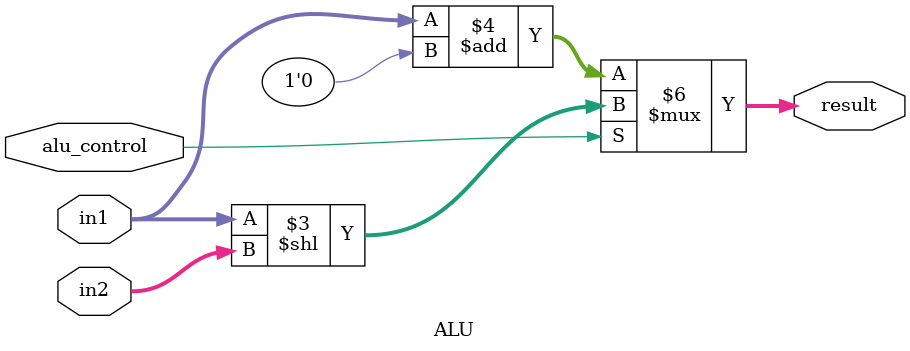
<source format=v>
`timescale 1ns / 1ps


module ALU(
   input wire[7:0] in1, in2,
   input wire alu_control,
   output reg[7:0] result
   //output zero

    );
    

    
    always @(*)
       begin
        if(alu_control == 1)
         begin 
           result =  in1 << in2;
         end
        else
          begin 
            result = in1 + 1'b0;
          end 
       end
       
       //zero flag condition
      // assign zero = (result == {32{1'b0}});
    
    
endmodule

</source>
